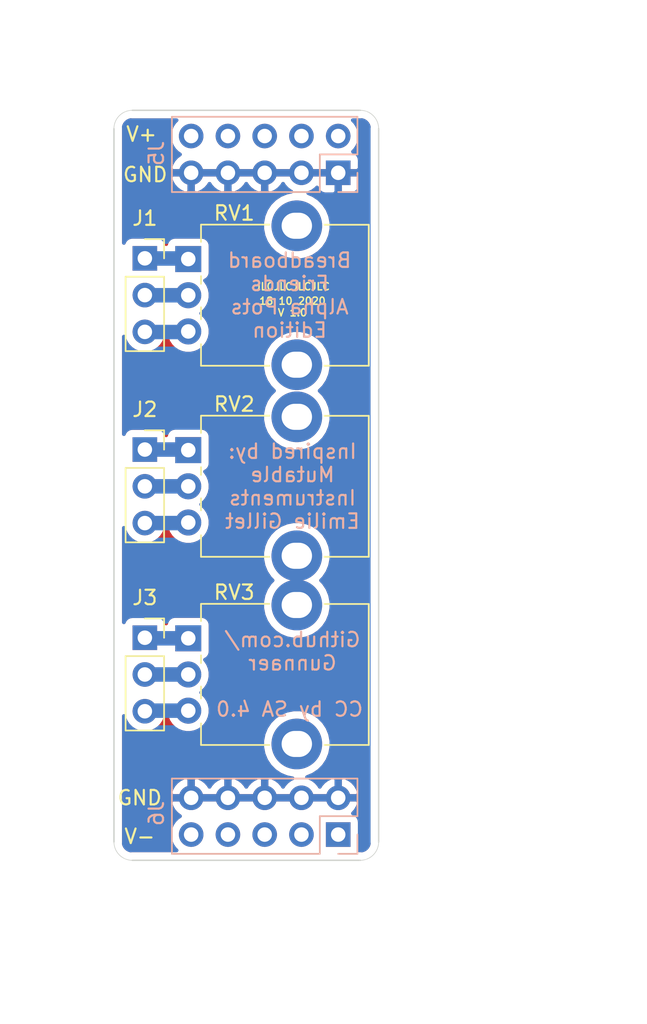
<source format=kicad_pcb>
(kicad_pcb (version 20171130) (host pcbnew "(5.1.6)-1")

  (general
    (thickness 1.6)
    (drawings 18)
    (tracks 15)
    (zones 0)
    (modules 8)
    (nets 11)
  )

  (page A4)
  (layers
    (0 F.Cu signal)
    (31 B.Cu signal)
    (32 B.Adhes user)
    (33 F.Adhes user)
    (34 B.Paste user)
    (35 F.Paste user)
    (36 B.SilkS user)
    (37 F.SilkS user)
    (38 B.Mask user)
    (39 F.Mask user)
    (40 Dwgs.User user)
    (41 Cmts.User user)
    (42 Eco1.User user)
    (43 Eco2.User user)
    (44 Edge.Cuts user)
    (45 Margin user)
    (46 B.CrtYd user)
    (47 F.CrtYd user)
    (48 B.Fab user)
    (49 F.Fab user)
  )

  (setup
    (last_trace_width 0.25)
    (user_trace_width 0.5)
    (user_trace_width 1)
    (trace_clearance 0.2)
    (zone_clearance 0.508)
    (zone_45_only no)
    (trace_min 0.2)
    (via_size 0.8)
    (via_drill 0.4)
    (via_min_size 0.4)
    (via_min_drill 0.3)
    (uvia_size 0.3)
    (uvia_drill 0.1)
    (uvias_allowed no)
    (uvia_min_size 0.2)
    (uvia_min_drill 0.1)
    (edge_width 0.05)
    (segment_width 0.2)
    (pcb_text_width 0.3)
    (pcb_text_size 1.5 1.5)
    (mod_edge_width 0.12)
    (mod_text_size 1 1)
    (mod_text_width 0.15)
    (pad_size 1.524 1.524)
    (pad_drill 0.762)
    (pad_to_mask_clearance 0.05)
    (aux_axis_origin 0 0)
    (visible_elements 7FFFFFFF)
    (pcbplotparams
      (layerselection 0x010fc_ffffffff)
      (usegerberextensions false)
      (usegerberattributes true)
      (usegerberadvancedattributes true)
      (creategerberjobfile true)
      (excludeedgelayer true)
      (linewidth 0.100000)
      (plotframeref false)
      (viasonmask false)
      (mode 1)
      (useauxorigin false)
      (hpglpennumber 1)
      (hpglpenspeed 20)
      (hpglpendiameter 15.000000)
      (psnegative false)
      (psa4output false)
      (plotreference true)
      (plotvalue true)
      (plotinvisibletext false)
      (padsonsilk false)
      (subtractmaskfromsilk false)
      (outputformat 1)
      (mirror false)
      (drillshape 0)
      (scaleselection 1)
      (outputdirectory "../Pots Onboard GERBER/"))
  )

  (net 0 "")
  (net 1 "Net-(J3-Pad2)")
  (net 2 GND)
  (net 3 "Net-(J2-Pad3)")
  (net 4 "Net-(J2-Pad2)")
  (net 5 "Net-(J2-Pad1)")
  (net 6 "Net-(J3-Pad1)")
  (net 7 "Net-(J3-Pad3)")
  (net 8 "Net-(J1-Pad1)")
  (net 9 "Net-(J1-Pad2)")
  (net 10 "Net-(J1-Pad3)")

  (net_class Default "This is the default net class."
    (clearance 0.2)
    (trace_width 0.25)
    (via_dia 0.8)
    (via_drill 0.4)
    (uvia_dia 0.3)
    (uvia_drill 0.1)
    (add_net GND)
    (add_net "Net-(J1-Pad1)")
    (add_net "Net-(J1-Pad2)")
    (add_net "Net-(J1-Pad3)")
    (add_net "Net-(J2-Pad1)")
    (add_net "Net-(J2-Pad2)")
    (add_net "Net-(J2-Pad3)")
    (add_net "Net-(J3-Pad1)")
    (add_net "Net-(J3-Pad2)")
    (add_net "Net-(J3-Pad3)")
  )

  (module Connector_PinHeader_2.54mm:PinHeader_2x05_P2.54mm_Vertical (layer B.Cu) (tedit 59FED5CC) (tstamp 5F8189E2)
    (at 187.96 53.34 90)
    (descr "Through hole straight pin header, 2x05, 2.54mm pitch, double rows")
    (tags "Through hole pin header THT 2x05 2.54mm double row")
    (path /5F818195)
    (fp_text reference J5 (at 1.34 -12.56 270) (layer B.SilkS)
      (effects (font (size 1 1) (thickness 0.15)) (justify mirror))
    )
    (fp_text value Conn_02x05_Odd_Even (at 1.27 -12.49 270) (layer B.Fab)
      (effects (font (size 1 1) (thickness 0.15)) (justify mirror))
    )
    (fp_line (start 0 1.27) (end 3.81 1.27) (layer B.Fab) (width 0.1))
    (fp_line (start 3.81 1.27) (end 3.81 -11.43) (layer B.Fab) (width 0.1))
    (fp_line (start 3.81 -11.43) (end -1.27 -11.43) (layer B.Fab) (width 0.1))
    (fp_line (start -1.27 -11.43) (end -1.27 0) (layer B.Fab) (width 0.1))
    (fp_line (start -1.27 0) (end 0 1.27) (layer B.Fab) (width 0.1))
    (fp_line (start -1.33 -11.49) (end 3.87 -11.49) (layer B.SilkS) (width 0.12))
    (fp_line (start -1.33 -1.27) (end -1.33 -11.49) (layer B.SilkS) (width 0.12))
    (fp_line (start 3.87 1.33) (end 3.87 -11.49) (layer B.SilkS) (width 0.12))
    (fp_line (start -1.33 -1.27) (end 1.27 -1.27) (layer B.SilkS) (width 0.12))
    (fp_line (start 1.27 -1.27) (end 1.27 1.33) (layer B.SilkS) (width 0.12))
    (fp_line (start 1.27 1.33) (end 3.87 1.33) (layer B.SilkS) (width 0.12))
    (fp_line (start -1.33 0) (end -1.33 1.33) (layer B.SilkS) (width 0.12))
    (fp_line (start -1.33 1.33) (end 0 1.33) (layer B.SilkS) (width 0.12))
    (fp_line (start -1.8 1.8) (end -1.8 -11.95) (layer B.CrtYd) (width 0.05))
    (fp_line (start -1.8 -11.95) (end 4.35 -11.95) (layer B.CrtYd) (width 0.05))
    (fp_line (start 4.35 -11.95) (end 4.35 1.8) (layer B.CrtYd) (width 0.05))
    (fp_line (start 4.35 1.8) (end -1.8 1.8) (layer B.CrtYd) (width 0.05))
    (fp_text user %R (at 1.27 -5.08) (layer B.Fab)
      (effects (font (size 1 1) (thickness 0.15)) (justify mirror))
    )
    (pad 1 thru_hole rect (at 0 0 90) (size 1.7 1.7) (drill 1) (layers *.Cu *.Mask)
      (net 2 GND))
    (pad 2 thru_hole oval (at 2.54 0 90) (size 1.7 1.7) (drill 1) (layers *.Cu *.Mask))
    (pad 3 thru_hole oval (at 0 -2.54 90) (size 1.7 1.7) (drill 1) (layers *.Cu *.Mask)
      (net 2 GND))
    (pad 4 thru_hole oval (at 2.54 -2.54 90) (size 1.7 1.7) (drill 1) (layers *.Cu *.Mask))
    (pad 5 thru_hole oval (at 0 -5.08 90) (size 1.7 1.7) (drill 1) (layers *.Cu *.Mask)
      (net 2 GND))
    (pad 6 thru_hole oval (at 2.54 -5.08 90) (size 1.7 1.7) (drill 1) (layers *.Cu *.Mask))
    (pad 7 thru_hole oval (at 0 -7.62 90) (size 1.7 1.7) (drill 1) (layers *.Cu *.Mask)
      (net 2 GND))
    (pad 8 thru_hole oval (at 2.54 -7.62 90) (size 1.7 1.7) (drill 1) (layers *.Cu *.Mask))
    (pad 9 thru_hole oval (at 0 -10.16 90) (size 1.7 1.7) (drill 1) (layers *.Cu *.Mask)
      (net 2 GND))
    (pad 10 thru_hole oval (at 2.54 -10.16 90) (size 1.7 1.7) (drill 1) (layers *.Cu *.Mask))
    (model ${KISYS3DMOD}/Connector_PinHeader_2.54mm.3dshapes/PinHeader_2x05_P2.54mm_Vertical.wrl
      (at (xyz 0 0 0))
      (scale (xyz 1 1 1))
      (rotate (xyz 0 0 0))
    )
  )

  (module Connector_PinHeader_2.54mm:PinHeader_2x05_P2.54mm_Vertical (layer B.Cu) (tedit 59FED5CC) (tstamp 5F81A723)
    (at 187.96 99.06 90)
    (descr "Through hole straight pin header, 2x05, 2.54mm pitch, double rows")
    (tags "Through hole pin header THT 2x05 2.54mm double row")
    (path /5F81EAF5)
    (fp_text reference J6 (at 1.46 -12.56 270) (layer B.SilkS)
      (effects (font (size 1 1) (thickness 0.15)) (justify mirror))
    )
    (fp_text value Conn_02x05_Odd_Even (at 1.27 -12.49 270) (layer B.Fab)
      (effects (font (size 1 1) (thickness 0.15)) (justify mirror))
    )
    (fp_line (start 4.35 1.8) (end -1.8 1.8) (layer B.CrtYd) (width 0.05))
    (fp_line (start 4.35 -11.95) (end 4.35 1.8) (layer B.CrtYd) (width 0.05))
    (fp_line (start -1.8 -11.95) (end 4.35 -11.95) (layer B.CrtYd) (width 0.05))
    (fp_line (start -1.8 1.8) (end -1.8 -11.95) (layer B.CrtYd) (width 0.05))
    (fp_line (start -1.33 1.33) (end 0 1.33) (layer B.SilkS) (width 0.12))
    (fp_line (start -1.33 0) (end -1.33 1.33) (layer B.SilkS) (width 0.12))
    (fp_line (start 1.27 1.33) (end 3.87 1.33) (layer B.SilkS) (width 0.12))
    (fp_line (start 1.27 -1.27) (end 1.27 1.33) (layer B.SilkS) (width 0.12))
    (fp_line (start -1.33 -1.27) (end 1.27 -1.27) (layer B.SilkS) (width 0.12))
    (fp_line (start 3.87 1.33) (end 3.87 -11.49) (layer B.SilkS) (width 0.12))
    (fp_line (start -1.33 -1.27) (end -1.33 -11.49) (layer B.SilkS) (width 0.12))
    (fp_line (start -1.33 -11.49) (end 3.87 -11.49) (layer B.SilkS) (width 0.12))
    (fp_line (start -1.27 0) (end 0 1.27) (layer B.Fab) (width 0.1))
    (fp_line (start -1.27 -11.43) (end -1.27 0) (layer B.Fab) (width 0.1))
    (fp_line (start 3.81 -11.43) (end -1.27 -11.43) (layer B.Fab) (width 0.1))
    (fp_line (start 3.81 1.27) (end 3.81 -11.43) (layer B.Fab) (width 0.1))
    (fp_line (start 0 1.27) (end 3.81 1.27) (layer B.Fab) (width 0.1))
    (fp_text user %R (at 1.27 -5.08) (layer B.Fab)
      (effects (font (size 1 1) (thickness 0.15)) (justify mirror))
    )
    (pad 10 thru_hole oval (at 2.54 -10.16 90) (size 1.7 1.7) (drill 1) (layers *.Cu *.Mask)
      (net 2 GND))
    (pad 9 thru_hole oval (at 0 -10.16 90) (size 1.7 1.7) (drill 1) (layers *.Cu *.Mask))
    (pad 8 thru_hole oval (at 2.54 -7.62 90) (size 1.7 1.7) (drill 1) (layers *.Cu *.Mask)
      (net 2 GND))
    (pad 7 thru_hole oval (at 0 -7.62 90) (size 1.7 1.7) (drill 1) (layers *.Cu *.Mask))
    (pad 6 thru_hole oval (at 2.54 -5.08 90) (size 1.7 1.7) (drill 1) (layers *.Cu *.Mask)
      (net 2 GND))
    (pad 5 thru_hole oval (at 0 -5.08 90) (size 1.7 1.7) (drill 1) (layers *.Cu *.Mask))
    (pad 4 thru_hole oval (at 2.54 -2.54 90) (size 1.7 1.7) (drill 1) (layers *.Cu *.Mask)
      (net 2 GND))
    (pad 3 thru_hole oval (at 0 -2.54 90) (size 1.7 1.7) (drill 1) (layers *.Cu *.Mask))
    (pad 2 thru_hole oval (at 2.54 0 90) (size 1.7 1.7) (drill 1) (layers *.Cu *.Mask)
      (net 2 GND))
    (pad 1 thru_hole rect (at 0 0 90) (size 1.7 1.7) (drill 1) (layers *.Cu *.Mask))
    (model ${KISYS3DMOD}/Connector_PinHeader_2.54mm.3dshapes/PinHeader_2x05_P2.54mm_Vertical.wrl
      (at (xyz 0 0 0))
      (scale (xyz 1 1 1))
      (rotate (xyz 0 0 0))
    )
  )

  (module Connector_PinSocket_2.54mm:PinSocket_1x03_P2.54mm_Vertical (layer F.Cu) (tedit 5A19A429) (tstamp 5F8250B5)
    (at 174.6 72.46)
    (descr "Through hole straight socket strip, 1x03, 2.54mm pitch, single row (from Kicad 4.0.7), script generated")
    (tags "Through hole socket strip THT 1x03 2.54mm single row")
    (path /5F82D572)
    (fp_text reference J2 (at 0 -2.77) (layer F.SilkS)
      (effects (font (size 1 1) (thickness 0.15)))
    )
    (fp_text value Conn_01x03_Female (at 0 7.85) (layer F.Fab)
      (effects (font (size 1 1) (thickness 0.15)))
    )
    (fp_line (start -1.8 6.85) (end -1.8 -1.8) (layer F.CrtYd) (width 0.05))
    (fp_line (start 1.75 6.85) (end -1.8 6.85) (layer F.CrtYd) (width 0.05))
    (fp_line (start 1.75 -1.8) (end 1.75 6.85) (layer F.CrtYd) (width 0.05))
    (fp_line (start -1.8 -1.8) (end 1.75 -1.8) (layer F.CrtYd) (width 0.05))
    (fp_line (start 0 -1.33) (end 1.33 -1.33) (layer F.SilkS) (width 0.12))
    (fp_line (start 1.33 -1.33) (end 1.33 0) (layer F.SilkS) (width 0.12))
    (fp_line (start 1.33 1.27) (end 1.33 6.41) (layer F.SilkS) (width 0.12))
    (fp_line (start -1.33 6.41) (end 1.33 6.41) (layer F.SilkS) (width 0.12))
    (fp_line (start -1.33 1.27) (end -1.33 6.41) (layer F.SilkS) (width 0.12))
    (fp_line (start -1.33 1.27) (end 1.33 1.27) (layer F.SilkS) (width 0.12))
    (fp_line (start -1.27 6.35) (end -1.27 -1.27) (layer F.Fab) (width 0.1))
    (fp_line (start 1.27 6.35) (end -1.27 6.35) (layer F.Fab) (width 0.1))
    (fp_line (start 1.27 -0.635) (end 1.27 6.35) (layer F.Fab) (width 0.1))
    (fp_line (start 0.635 -1.27) (end 1.27 -0.635) (layer F.Fab) (width 0.1))
    (fp_line (start -1.27 -1.27) (end 0.635 -1.27) (layer F.Fab) (width 0.1))
    (fp_text user %R (at 0 2.54 90) (layer F.Fab)
      (effects (font (size 1 1) (thickness 0.15)))
    )
    (pad 3 thru_hole oval (at 0 5.08) (size 1.7 1.7) (drill 1) (layers *.Cu *.Mask)
      (net 3 "Net-(J2-Pad3)"))
    (pad 2 thru_hole oval (at 0 2.54) (size 1.7 1.7) (drill 1) (layers *.Cu *.Mask)
      (net 4 "Net-(J2-Pad2)"))
    (pad 1 thru_hole rect (at 0 0) (size 1.7 1.7) (drill 1) (layers *.Cu *.Mask)
      (net 5 "Net-(J2-Pad1)"))
    (model ${KISYS3DMOD}/Connector_PinSocket_2.54mm.3dshapes/PinSocket_1x03_P2.54mm_Vertical.wrl
      (at (xyz 0 0 0))
      (scale (xyz 1 1 1))
      (rotate (xyz 0 0 0))
    )
  )

  (module Connector_PinSocket_2.54mm:PinSocket_1x03_P2.54mm_Vertical (layer F.Cu) (tedit 5A19A429) (tstamp 5F8250CC)
    (at 174.6 85.46)
    (descr "Through hole straight socket strip, 1x03, 2.54mm pitch, single row (from Kicad 4.0.7), script generated")
    (tags "Through hole socket strip THT 1x03 2.54mm single row")
    (path /5F836F91)
    (fp_text reference J3 (at 0 -2.77) (layer F.SilkS)
      (effects (font (size 1 1) (thickness 0.15)))
    )
    (fp_text value Conn_01x03_Female (at 0 7.85) (layer F.Fab)
      (effects (font (size 1 1) (thickness 0.15)))
    )
    (fp_line (start -1.27 -1.27) (end 0.635 -1.27) (layer F.Fab) (width 0.1))
    (fp_line (start 0.635 -1.27) (end 1.27 -0.635) (layer F.Fab) (width 0.1))
    (fp_line (start 1.27 -0.635) (end 1.27 6.35) (layer F.Fab) (width 0.1))
    (fp_line (start 1.27 6.35) (end -1.27 6.35) (layer F.Fab) (width 0.1))
    (fp_line (start -1.27 6.35) (end -1.27 -1.27) (layer F.Fab) (width 0.1))
    (fp_line (start -1.33 1.27) (end 1.33 1.27) (layer F.SilkS) (width 0.12))
    (fp_line (start -1.33 1.27) (end -1.33 6.41) (layer F.SilkS) (width 0.12))
    (fp_line (start -1.33 6.41) (end 1.33 6.41) (layer F.SilkS) (width 0.12))
    (fp_line (start 1.33 1.27) (end 1.33 6.41) (layer F.SilkS) (width 0.12))
    (fp_line (start 1.33 -1.33) (end 1.33 0) (layer F.SilkS) (width 0.12))
    (fp_line (start 0 -1.33) (end 1.33 -1.33) (layer F.SilkS) (width 0.12))
    (fp_line (start -1.8 -1.8) (end 1.75 -1.8) (layer F.CrtYd) (width 0.05))
    (fp_line (start 1.75 -1.8) (end 1.75 6.85) (layer F.CrtYd) (width 0.05))
    (fp_line (start 1.75 6.85) (end -1.8 6.85) (layer F.CrtYd) (width 0.05))
    (fp_line (start -1.8 6.85) (end -1.8 -1.8) (layer F.CrtYd) (width 0.05))
    (fp_text user %R (at 0 2.54 90) (layer F.Fab)
      (effects (font (size 1 1) (thickness 0.15)))
    )
    (pad 1 thru_hole rect (at 0 0) (size 1.7 1.7) (drill 1) (layers *.Cu *.Mask)
      (net 6 "Net-(J3-Pad1)"))
    (pad 2 thru_hole oval (at 0 2.54) (size 1.7 1.7) (drill 1) (layers *.Cu *.Mask)
      (net 1 "Net-(J3-Pad2)"))
    (pad 3 thru_hole oval (at 0 5.08) (size 1.7 1.7) (drill 1) (layers *.Cu *.Mask)
      (net 7 "Net-(J3-Pad3)"))
    (model ${KISYS3DMOD}/Connector_PinSocket_2.54mm.3dshapes/PinSocket_1x03_P2.54mm_Vertical.wrl
      (at (xyz 0 0 0))
      (scale (xyz 1 1 1))
      (rotate (xyz 0 0 0))
    )
  )

  (module Connector_PinSocket_2.54mm:PinSocket_1x03_P2.54mm_Vertical (layer F.Cu) (tedit 5A19A429) (tstamp 601F66AF)
    (at 174.6 59.25)
    (descr "Through hole straight socket strip, 1x03, 2.54mm pitch, single row (from Kicad 4.0.7), script generated")
    (tags "Through hole socket strip THT 1x03 2.54mm single row")
    (path /5F82987B)
    (fp_text reference J1 (at 0 -2.77) (layer F.SilkS)
      (effects (font (size 1 1) (thickness 0.15)))
    )
    (fp_text value Conn_01x03_Female (at 0 7.85) (layer F.Fab)
      (effects (font (size 1 1) (thickness 0.15)))
    )
    (fp_line (start -1.27 -1.27) (end 0.635 -1.27) (layer F.Fab) (width 0.1))
    (fp_line (start 0.635 -1.27) (end 1.27 -0.635) (layer F.Fab) (width 0.1))
    (fp_line (start 1.27 -0.635) (end 1.27 6.35) (layer F.Fab) (width 0.1))
    (fp_line (start 1.27 6.35) (end -1.27 6.35) (layer F.Fab) (width 0.1))
    (fp_line (start -1.27 6.35) (end -1.27 -1.27) (layer F.Fab) (width 0.1))
    (fp_line (start -1.33 1.27) (end 1.33 1.27) (layer F.SilkS) (width 0.12))
    (fp_line (start -1.33 1.27) (end -1.33 6.41) (layer F.SilkS) (width 0.12))
    (fp_line (start -1.33 6.41) (end 1.33 6.41) (layer F.SilkS) (width 0.12))
    (fp_line (start 1.33 1.27) (end 1.33 6.41) (layer F.SilkS) (width 0.12))
    (fp_line (start 1.33 -1.33) (end 1.33 0) (layer F.SilkS) (width 0.12))
    (fp_line (start 0 -1.33) (end 1.33 -1.33) (layer F.SilkS) (width 0.12))
    (fp_line (start -1.8 -1.8) (end 1.75 -1.8) (layer F.CrtYd) (width 0.05))
    (fp_line (start 1.75 -1.8) (end 1.75 6.85) (layer F.CrtYd) (width 0.05))
    (fp_line (start 1.75 6.85) (end -1.8 6.85) (layer F.CrtYd) (width 0.05))
    (fp_line (start -1.8 6.85) (end -1.8 -1.8) (layer F.CrtYd) (width 0.05))
    (fp_text user %R (at 0 2.54 90) (layer F.Fab)
      (effects (font (size 1 1) (thickness 0.15)))
    )
    (pad 1 thru_hole rect (at 0 0) (size 1.7 1.7) (drill 1) (layers *.Cu *.Mask)
      (net 8 "Net-(J1-Pad1)"))
    (pad 2 thru_hole oval (at 0 2.54) (size 1.7 1.7) (drill 1) (layers *.Cu *.Mask)
      (net 9 "Net-(J1-Pad2)"))
    (pad 3 thru_hole oval (at 0 5.08) (size 1.7 1.7) (drill 1) (layers *.Cu *.Mask)
      (net 10 "Net-(J1-Pad3)"))
    (model ${KISYS3DMOD}/Connector_PinSocket_2.54mm.3dshapes/PinSocket_1x03_P2.54mm_Vertical.wrl
      (at (xyz 0 0 0))
      (scale (xyz 1 1 1))
      (rotate (xyz 0 0 0))
    )
  )

  (module !Potentiometer:Alpha_Potentiometer_2.1mmOval_Holes (layer F.Cu) (tedit 5FEBE88A) (tstamp 601F66CB)
    (at 177.6 59.3)
    (path /5F825305)
    (fp_text reference RV1 (at 3.175 -3.175) (layer F.SilkS)
      (effects (font (size 1 1) (thickness 0.15)))
    )
    (fp_text value R_POT (at 0 -0.5) (layer F.Fab)
      (effects (font (size 1 1) (thickness 0.15)))
    )
    (fp_circle (center 7.5 2.5) (end 7.5 -1) (layer F.Fab) (width 0.1))
    (fp_line (start 12.6 -4.17) (end -1.15 -4.17) (layer F.CrtYd) (width 0.05))
    (fp_line (start 9.41 7.37) (end 12.47 7.37) (layer F.SilkS) (width 0.12))
    (fp_line (start -1.15 9.17) (end 12.6 9.17) (layer F.CrtYd) (width 0.05))
    (fp_line (start -1.15 -4.17) (end -1.15 9.17) (layer F.CrtYd) (width 0.05))
    (fp_line (start 0.88 -2.38) (end 5.6 -2.38) (layer F.SilkS) (width 0.12))
    (fp_line (start 12.6 9.17) (end 12.6 -4.17) (layer F.CrtYd) (width 0.05))
    (fp_line (start 12.47 7.37) (end 12.47 -2.37) (layer F.SilkS) (width 0.12))
    (fp_line (start 12.35 7.25) (end 12.35 -2.25) (layer F.Fab) (width 0.1))
    (fp_line (start 1 7.25) (end 12.35 7.25) (layer F.Fab) (width 0.1))
    (fp_line (start 0.88 7.37) (end 0.88 5.88) (layer F.SilkS) (width 0.12))
    (fp_line (start 1 -2.25) (end 12.35 -2.25) (layer F.Fab) (width 0.1))
    (fp_line (start 1 7.25) (end 1 -2.25) (layer F.Fab) (width 0.1))
    (fp_line (start 0.88 -1.19) (end 0.88 -2.37) (layer F.SilkS) (width 0.12))
    (fp_line (start 0.88 1.71) (end 0.88 1.18) (layer F.SilkS) (width 0.12))
    (fp_line (start 9.41 -2.37) (end 12.47 -2.37) (layer F.SilkS) (width 0.12))
    (fp_line (start 0.88 4.16) (end 0.88 3.33) (layer F.SilkS) (width 0.12))
    (fp_line (start 0.88 7.37) (end 5.6 7.37) (layer F.SilkS) (width 0.12))
    (fp_text user %R (at 7.62 2.54) (layer F.Fab)
      (effects (font (size 1 1) (thickness 0.15)))
    )
    (pad "" thru_hole circle (at 7.5 7.3 90) (size 3.5 3.5) (drill oval 1.8 2.1) (layers *.Cu *.Mask))
    (pad 3 thru_hole circle (at 0 5 90) (size 1.8 1.8) (drill 1) (layers *.Cu *.Mask)
      (net 10 "Net-(J1-Pad3)"))
    (pad 2 thru_hole circle (at 0 2.5 90) (size 1.8 1.8) (drill 1) (layers *.Cu *.Mask)
      (net 9 "Net-(J1-Pad2)"))
    (pad 1 thru_hole rect (at 0 0 90) (size 1.8 1.8) (drill 1) (layers *.Cu *.Mask)
      (net 8 "Net-(J1-Pad1)"))
    (pad "" thru_hole circle (at 7.5 -2.3 90) (size 3.5 3.5) (drill oval 1.8 2.1) (layers *.Cu *.Mask))
  )

  (module !Potentiometer:Alpha_Potentiometer_2.1mmOval_Holes (layer F.Cu) (tedit 5FEBE88A) (tstamp 601F66CC)
    (at 177.6 72.5)
    (path /5F82D56C)
    (fp_text reference RV2 (at 3.175 -3.175) (layer F.SilkS)
      (effects (font (size 1 1) (thickness 0.15)))
    )
    (fp_text value R_POT (at 0 -0.5) (layer F.Fab)
      (effects (font (size 1 1) (thickness 0.15)))
    )
    (fp_line (start 0.88 7.37) (end 5.6 7.37) (layer F.SilkS) (width 0.12))
    (fp_line (start 0.88 4.16) (end 0.88 3.33) (layer F.SilkS) (width 0.12))
    (fp_line (start 9.41 -2.37) (end 12.47 -2.37) (layer F.SilkS) (width 0.12))
    (fp_line (start 0.88 1.71) (end 0.88 1.18) (layer F.SilkS) (width 0.12))
    (fp_line (start 0.88 -1.19) (end 0.88 -2.37) (layer F.SilkS) (width 0.12))
    (fp_line (start 1 7.25) (end 1 -2.25) (layer F.Fab) (width 0.1))
    (fp_line (start 1 -2.25) (end 12.35 -2.25) (layer F.Fab) (width 0.1))
    (fp_line (start 0.88 7.37) (end 0.88 5.88) (layer F.SilkS) (width 0.12))
    (fp_line (start 1 7.25) (end 12.35 7.25) (layer F.Fab) (width 0.1))
    (fp_line (start 12.35 7.25) (end 12.35 -2.25) (layer F.Fab) (width 0.1))
    (fp_line (start 12.47 7.37) (end 12.47 -2.37) (layer F.SilkS) (width 0.12))
    (fp_line (start 12.6 9.17) (end 12.6 -4.17) (layer F.CrtYd) (width 0.05))
    (fp_line (start 0.88 -2.38) (end 5.6 -2.38) (layer F.SilkS) (width 0.12))
    (fp_line (start -1.15 -4.17) (end -1.15 9.17) (layer F.CrtYd) (width 0.05))
    (fp_line (start -1.15 9.17) (end 12.6 9.17) (layer F.CrtYd) (width 0.05))
    (fp_line (start 9.41 7.37) (end 12.47 7.37) (layer F.SilkS) (width 0.12))
    (fp_line (start 12.6 -4.17) (end -1.15 -4.17) (layer F.CrtYd) (width 0.05))
    (fp_circle (center 7.5 2.5) (end 7.5 -1) (layer F.Fab) (width 0.1))
    (fp_text user %R (at 7.62 2.54) (layer F.Fab)
      (effects (font (size 1 1) (thickness 0.15)))
    )
    (pad "" thru_hole circle (at 7.5 -2.3 90) (size 3.5 3.5) (drill oval 1.8 2.1) (layers *.Cu *.Mask))
    (pad 1 thru_hole rect (at 0 0 90) (size 1.8 1.8) (drill 1) (layers *.Cu *.Mask)
      (net 5 "Net-(J2-Pad1)"))
    (pad 2 thru_hole circle (at 0 2.5 90) (size 1.8 1.8) (drill 1) (layers *.Cu *.Mask)
      (net 4 "Net-(J2-Pad2)"))
    (pad 3 thru_hole circle (at 0 5 90) (size 1.8 1.8) (drill 1) (layers *.Cu *.Mask)
      (net 3 "Net-(J2-Pad3)"))
    (pad "" thru_hole circle (at 7.5 7.3 90) (size 3.5 3.5) (drill oval 1.8 2.1) (layers *.Cu *.Mask))
  )

  (module !Potentiometer:Alpha_Potentiometer_2.1mmOval_Holes (layer F.Cu) (tedit 5FEBE88A) (tstamp 601F68D9)
    (at 177.6 85.5)
    (path /5F836F8B)
    (fp_text reference RV3 (at 3.175 -3.175) (layer F.SilkS)
      (effects (font (size 1 1) (thickness 0.15)))
    )
    (fp_text value R_POT (at 0 -0.5) (layer F.Fab)
      (effects (font (size 1 1) (thickness 0.15)))
    )
    (fp_circle (center 7.5 2.5) (end 7.5 -1) (layer F.Fab) (width 0.1))
    (fp_line (start 12.6 -4.17) (end -1.15 -4.17) (layer F.CrtYd) (width 0.05))
    (fp_line (start 9.41 7.37) (end 12.47 7.37) (layer F.SilkS) (width 0.12))
    (fp_line (start -1.15 9.17) (end 12.6 9.17) (layer F.CrtYd) (width 0.05))
    (fp_line (start -1.15 -4.17) (end -1.15 9.17) (layer F.CrtYd) (width 0.05))
    (fp_line (start 0.88 -2.38) (end 5.6 -2.38) (layer F.SilkS) (width 0.12))
    (fp_line (start 12.6 9.17) (end 12.6 -4.17) (layer F.CrtYd) (width 0.05))
    (fp_line (start 12.47 7.37) (end 12.47 -2.37) (layer F.SilkS) (width 0.12))
    (fp_line (start 12.35 7.25) (end 12.35 -2.25) (layer F.Fab) (width 0.1))
    (fp_line (start 1 7.25) (end 12.35 7.25) (layer F.Fab) (width 0.1))
    (fp_line (start 0.88 7.37) (end 0.88 5.88) (layer F.SilkS) (width 0.12))
    (fp_line (start 1 -2.25) (end 12.35 -2.25) (layer F.Fab) (width 0.1))
    (fp_line (start 1 7.25) (end 1 -2.25) (layer F.Fab) (width 0.1))
    (fp_line (start 0.88 -1.19) (end 0.88 -2.37) (layer F.SilkS) (width 0.12))
    (fp_line (start 0.88 1.71) (end 0.88 1.18) (layer F.SilkS) (width 0.12))
    (fp_line (start 9.41 -2.37) (end 12.47 -2.37) (layer F.SilkS) (width 0.12))
    (fp_line (start 0.88 4.16) (end 0.88 3.33) (layer F.SilkS) (width 0.12))
    (fp_line (start 0.88 7.37) (end 5.6 7.37) (layer F.SilkS) (width 0.12))
    (fp_text user %R (at 7.62 2.54) (layer F.Fab)
      (effects (font (size 1 1) (thickness 0.15)))
    )
    (pad "" thru_hole circle (at 7.5 7.3 90) (size 3.5 3.5) (drill oval 1.8 2.1) (layers *.Cu *.Mask))
    (pad 3 thru_hole circle (at 0 5 90) (size 1.8 1.8) (drill 1) (layers *.Cu *.Mask)
      (net 7 "Net-(J3-Pad3)"))
    (pad 2 thru_hole circle (at 0 2.5 90) (size 1.8 1.8) (drill 1) (layers *.Cu *.Mask)
      (net 1 "Net-(J3-Pad2)"))
    (pad 1 thru_hole rect (at 0 0 90) (size 1.8 1.8) (drill 1) (layers *.Cu *.Mask)
      (net 6 "Net-(J3-Pad1)"))
    (pad "" thru_hole circle (at 7.5 -2.3 90) (size 3.5 3.5) (drill oval 1.8 2.1) (layers *.Cu *.Mask))
  )

  (gr_text "18 10 2020\nV 1.0" (at 184.8 62.6) (layer F.SilkS) (tstamp 5F8BEE6C)
    (effects (font (size 0.5 0.5) (thickness 0.1)))
  )
  (gr_text JLCJLCJLCJLC (at 184.8 61.2) (layer F.SilkS)
    (effects (font (size 0.5 0.5) (thickness 0.1)))
  )
  (gr_text "CC by SA 4.0" (at 184.6 90.4) (layer B.SilkS)
    (effects (font (size 1 1) (thickness 0.15)) (justify mirror))
  )
  (gr_text "Github.com/\nGunnaer" (at 184.8 86.4) (layer B.SilkS)
    (effects (font (size 1 1) (thickness 0.15)) (justify mirror))
  )
  (gr_text "Inspired by:\nMutable\nInstruments\nEmilie Gillet" (at 184.8 75) (layer B.SilkS)
    (effects (font (size 1 1) (thickness 0.15)) (justify mirror))
  )
  (gr_text "Breadboard\nFriends\nAlpha Pots\nEdition" (at 184.6 61.8) (layer B.SilkS)
    (effects (font (size 1 1) (thickness 0.15)) (justify mirror))
  )
  (gr_text V- (at 174.244 99.187) (layer F.SilkS) (tstamp 5F822E59)
    (effects (font (size 1 1) (thickness 0.15)))
  )
  (gr_text GND (at 174.244 96.52) (layer F.SilkS) (tstamp 5F822E59)
    (effects (font (size 1 1) (thickness 0.15)))
  )
  (gr_text V+ (at 174.371 50.673) (layer F.SilkS)
    (effects (font (size 1 1) (thickness 0.15)))
  )
  (gr_text GND (at 174.625 53.467) (layer F.SilkS)
    (effects (font (size 1 1) (thickness 0.15)))
  )
  (gr_arc (start 173.736 50.292) (end 173.736 49.022) (angle -90) (layer Edge.Cuts) (width 0.05))
  (gr_arc (start 189.484 50.292) (end 190.754 50.292) (angle -90) (layer Edge.Cuts) (width 0.05))
  (gr_arc (start 189.484 99.568) (end 189.484 100.838) (angle -90) (layer Edge.Cuts) (width 0.05))
  (gr_arc (start 173.736 99.568) (end 172.466 99.568) (angle -90) (layer Edge.Cuts) (width 0.05))
  (gr_line (start 190.754 50.292) (end 190.754 99.568) (layer Edge.Cuts) (width 0.1))
  (gr_line (start 173.736 49.022) (end 189.484 49.022) (layer Edge.Cuts) (width 0.1))
  (gr_line (start 172.466 99.568) (end 172.466 50.292) (layer Edge.Cuts) (width 0.1))
  (gr_line (start 189.484 100.838) (end 173.736 100.838) (layer Edge.Cuts) (width 0.1))

  (segment (start 174.6 88) (end 177.6 88) (width 1) (layer B.Cu) (net 1) (status 30))
  (segment (start 177.56 77.54) (end 177.6 77.5) (width 1) (layer B.Cu) (net 3) (status 30))
  (segment (start 174.6 77.54) (end 177.56 77.54) (width 1) (layer B.Cu) (net 3) (status 30))
  (segment (start 177.6 75) (end 174.6 75) (width 1) (layer B.Cu) (net 4) (status 30))
  (segment (start 177.56 72.46) (end 177.6 72.5) (width 1) (layer B.Cu) (net 5) (status 30))
  (segment (start 174.6 72.46) (end 177.56 72.46) (width 1) (layer B.Cu) (net 5) (status 30))
  (segment (start 174.64 85.5) (end 174.6 85.46) (width 1) (layer B.Cu) (net 6) (status 30))
  (segment (start 177.6 85.5) (end 174.64 85.5) (width 1) (layer B.Cu) (net 6) (status 30))
  (segment (start 174.64 90.5) (end 174.6 90.54) (width 1) (layer B.Cu) (net 7) (status 30))
  (segment (start 177.6 90.5) (end 174.64 90.5) (width 1) (layer B.Cu) (net 7) (status 30))
  (segment (start 177.56 59.26) (end 177.6 59.3) (width 1) (layer B.Cu) (net 8) (status 30))
  (segment (start 174.6 59.26) (end 177.56 59.26) (width 1) (layer B.Cu) (net 8) (status 30))
  (segment (start 174.6 61.8) (end 177.6 61.8) (width 1) (layer B.Cu) (net 9) (status 30))
  (segment (start 177.56 64.34) (end 177.6 64.3) (width 1) (layer B.Cu) (net 10) (status 30))
  (segment (start 174.6 64.34) (end 177.56 64.34) (width 1) (layer B.Cu) (net 10) (status 30))

  (zone (net 2) (net_name GND) (layer F.Cu) (tstamp 601F68AB) (hatch edge 0.508)
    (connect_pads (clearance 0.508))
    (min_thickness 0.254)
    (fill yes (arc_segments 32) (thermal_gap 0.508) (thermal_bridge_width 0.508))
    (polygon
      (pts
        (xy 198.12 107.188) (xy 164.592 104.394) (xy 168.656 45.974) (xy 197.104 42.418)
      )
    )
    (filled_polygon
      (pts
        (xy 173.702353 49.707) (xy 176.792893 49.707) (xy 176.646525 49.853368) (xy 176.48401 50.096589) (xy 176.372068 50.366842)
        (xy 176.315 50.65374) (xy 176.315 50.94626) (xy 176.372068 51.233158) (xy 176.48401 51.503411) (xy 176.646525 51.746632)
        (xy 176.853368 51.953475) (xy 177.029406 52.0711) (xy 176.799731 52.242412) (xy 176.604822 52.458645) (xy 176.455843 52.708748)
        (xy 176.358519 52.983109) (xy 176.479186 53.213) (xy 177.673 53.213) (xy 177.673 53.193) (xy 177.927 53.193)
        (xy 177.927 53.213) (xy 180.213 53.213) (xy 180.213 53.193) (xy 180.467 53.193) (xy 180.467 53.213)
        (xy 182.753 53.213) (xy 182.753 53.193) (xy 183.007 53.193) (xy 183.007 53.213) (xy 185.293 53.213)
        (xy 185.293 53.193) (xy 185.547 53.193) (xy 185.547 53.213) (xy 187.833 53.213) (xy 187.833 53.193)
        (xy 188.087 53.193) (xy 188.087 53.213) (xy 189.28625 53.213) (xy 189.445 53.05425) (xy 189.448072 52.49)
        (xy 189.435812 52.365518) (xy 189.399502 52.24582) (xy 189.340537 52.135506) (xy 189.261185 52.038815) (xy 189.164494 51.959463)
        (xy 189.05418 51.900498) (xy 188.98162 51.878487) (xy 189.113475 51.746632) (xy 189.27599 51.503411) (xy 189.387932 51.233158)
        (xy 189.445 50.94626) (xy 189.445 50.65374) (xy 189.387932 50.366842) (xy 189.27599 50.096589) (xy 189.113475 49.853368)
        (xy 188.967107 49.707) (xy 189.517647 49.707) (xy 189.60682 49.698217) (xy 189.715246 49.730953) (xy 189.819819 49.786555)
        (xy 189.911596 49.861407) (xy 189.987091 49.952664) (xy 190.043419 50.056844) (xy 190.077882 50.168174) (xy 190.069 50.258354)
        (xy 190.069001 99.601647) (xy 190.077784 99.690818) (xy 190.045047 99.799246) (xy 189.989446 99.903817) (xy 189.914594 99.995595)
        (xy 189.823335 100.071091) (xy 189.71916 100.127419) (xy 189.607827 100.161882) (xy 189.517647 100.153) (xy 189.39986 100.153)
        (xy 189.435812 100.034482) (xy 189.448072 99.91) (xy 189.448072 98.21) (xy 189.435812 98.085518) (xy 189.399502 97.96582)
        (xy 189.340537 97.855506) (xy 189.261185 97.758815) (xy 189.164494 97.679463) (xy 189.05418 97.620498) (xy 188.978374 97.597502)
        (xy 189.155178 97.401355) (xy 189.304157 97.151252) (xy 189.401481 96.876891) (xy 189.280814 96.647) (xy 188.087 96.647)
        (xy 188.087 96.667) (xy 187.833 96.667) (xy 187.833 96.647) (xy 185.547 96.647) (xy 185.547 96.667)
        (xy 185.293 96.667) (xy 185.293 96.647) (xy 183.007 96.647) (xy 183.007 96.667) (xy 182.753 96.667)
        (xy 182.753 96.647) (xy 180.467 96.647) (xy 180.467 96.667) (xy 180.213 96.667) (xy 180.213 96.647)
        (xy 177.927 96.647) (xy 177.927 96.667) (xy 177.673 96.667) (xy 177.673 96.647) (xy 176.479186 96.647)
        (xy 176.358519 96.876891) (xy 176.455843 97.151252) (xy 176.604822 97.401355) (xy 176.799731 97.617588) (xy 177.029406 97.7889)
        (xy 176.853368 97.906525) (xy 176.646525 98.113368) (xy 176.48401 98.356589) (xy 176.372068 98.626842) (xy 176.315 98.91374)
        (xy 176.315 99.20626) (xy 176.372068 99.493158) (xy 176.48401 99.763411) (xy 176.646525 100.006632) (xy 176.792893 100.153)
        (xy 173.702353 100.153) (xy 173.61318 100.161783) (xy 173.504754 100.129047) (xy 173.400183 100.073446) (xy 173.308405 99.998594)
        (xy 173.232909 99.907335) (xy 173.176581 99.80316) (xy 173.142118 99.691827) (xy 173.151 99.601647) (xy 173.151 96.163109)
        (xy 176.358519 96.163109) (xy 176.479186 96.393) (xy 177.673 96.393) (xy 177.673 95.199845) (xy 177.927 95.199845)
        (xy 177.927 96.393) (xy 180.213 96.393) (xy 180.213 95.199845) (xy 180.467 95.199845) (xy 180.467 96.393)
        (xy 182.753 96.393) (xy 182.753 95.199845) (xy 182.52311 95.078524) (xy 182.375901 95.123175) (xy 182.11308 95.248359)
        (xy 181.879731 95.422412) (xy 181.684822 95.638645) (xy 181.61 95.764255) (xy 181.535178 95.638645) (xy 181.340269 95.422412)
        (xy 181.10692 95.248359) (xy 180.844099 95.123175) (xy 180.69689 95.078524) (xy 180.467 95.199845) (xy 180.213 95.199845)
        (xy 179.98311 95.078524) (xy 179.835901 95.123175) (xy 179.57308 95.248359) (xy 179.339731 95.422412) (xy 179.144822 95.638645)
        (xy 179.07 95.764255) (xy 178.995178 95.638645) (xy 178.800269 95.422412) (xy 178.56692 95.248359) (xy 178.304099 95.123175)
        (xy 178.15689 95.078524) (xy 177.927 95.199845) (xy 177.673 95.199845) (xy 177.44311 95.078524) (xy 177.295901 95.123175)
        (xy 177.03308 95.248359) (xy 176.799731 95.422412) (xy 176.604822 95.638645) (xy 176.455843 95.888748) (xy 176.358519 96.163109)
        (xy 173.151 96.163109) (xy 173.151 92.565098) (xy 182.715 92.565098) (xy 182.715 93.034902) (xy 182.806654 93.495679)
        (xy 182.98644 93.929721) (xy 183.24745 94.320349) (xy 183.579651 94.65255) (xy 183.970279 94.91356) (xy 184.404321 95.093346)
        (xy 184.809372 95.173916) (xy 184.65308 95.248359) (xy 184.419731 95.422412) (xy 184.224822 95.638645) (xy 184.15 95.764255)
        (xy 184.075178 95.638645) (xy 183.880269 95.422412) (xy 183.64692 95.248359) (xy 183.384099 95.123175) (xy 183.23689 95.078524)
        (xy 183.007 95.199845) (xy 183.007 96.393) (xy 185.293 96.393) (xy 185.293 96.373) (xy 185.547 96.373)
        (xy 185.547 96.393) (xy 187.833 96.393) (xy 187.833 95.199845) (xy 188.087 95.199845) (xy 188.087 96.393)
        (xy 189.280814 96.393) (xy 189.401481 96.163109) (xy 189.304157 95.888748) (xy 189.155178 95.638645) (xy 188.960269 95.422412)
        (xy 188.72692 95.248359) (xy 188.464099 95.123175) (xy 188.31689 95.078524) (xy 188.087 95.199845) (xy 187.833 95.199845)
        (xy 187.60311 95.078524) (xy 187.455901 95.123175) (xy 187.19308 95.248359) (xy 186.959731 95.422412) (xy 186.764822 95.638645)
        (xy 186.69 95.764255) (xy 186.615178 95.638645) (xy 186.420269 95.422412) (xy 186.18692 95.248359) (xy 185.924099 95.123175)
        (xy 185.808393 95.08808) (xy 186.229721 94.91356) (xy 186.620349 94.65255) (xy 186.95255 94.320349) (xy 187.21356 93.929721)
        (xy 187.393346 93.495679) (xy 187.485 93.034902) (xy 187.485 92.565098) (xy 187.393346 92.104321) (xy 187.21356 91.670279)
        (xy 186.95255 91.279651) (xy 186.620349 90.94745) (xy 186.229721 90.68644) (xy 185.795679 90.506654) (xy 185.334902 90.415)
        (xy 184.865098 90.415) (xy 184.404321 90.506654) (xy 183.970279 90.68644) (xy 183.579651 90.94745) (xy 183.24745 91.279651)
        (xy 182.98644 91.670279) (xy 182.806654 92.104321) (xy 182.715 92.565098) (xy 173.151 92.565098) (xy 173.151 90.867243)
        (xy 173.172068 90.973158) (xy 173.28401 91.243411) (xy 173.446525 91.486632) (xy 173.653368 91.693475) (xy 173.896589 91.85599)
        (xy 174.166842 91.967932) (xy 174.45374 92.025) (xy 174.74626 92.025) (xy 175.033158 91.967932) (xy 175.303411 91.85599)
        (xy 175.546632 91.693475) (xy 175.753475 91.486632) (xy 175.91599 91.243411) (xy 176.027932 90.973158) (xy 176.078488 90.718995)
        (xy 176.123989 90.947743) (xy 176.239701 91.227095) (xy 176.407688 91.478505) (xy 176.621495 91.692312) (xy 176.872905 91.860299)
        (xy 177.152257 91.976011) (xy 177.448816 92.035) (xy 177.751184 92.035) (xy 178.047743 91.976011) (xy 178.327095 91.860299)
        (xy 178.578505 91.692312) (xy 178.792312 91.478505) (xy 178.960299 91.227095) (xy 179.076011 90.947743) (xy 179.135 90.651184)
        (xy 179.135 90.348816) (xy 179.076011 90.052257) (xy 178.960299 89.772905) (xy 178.792312 89.521495) (xy 178.578505 89.307688)
        (xy 178.492169 89.25) (xy 178.578505 89.192312) (xy 178.792312 88.978505) (xy 178.960299 88.727095) (xy 179.076011 88.447743)
        (xy 179.135 88.151184) (xy 179.135 87.848816) (xy 179.076011 87.552257) (xy 178.960299 87.272905) (xy 178.792312 87.021495)
        (xy 178.754697 86.98388) (xy 178.854494 86.930537) (xy 178.951185 86.851185) (xy 179.030537 86.754494) (xy 179.089502 86.64418)
        (xy 179.125812 86.524482) (xy 179.138072 86.4) (xy 179.138072 84.6) (xy 179.125812 84.475518) (xy 179.089502 84.35582)
        (xy 179.030537 84.245506) (xy 178.951185 84.148815) (xy 178.854494 84.069463) (xy 178.74418 84.010498) (xy 178.624482 83.974188)
        (xy 178.5 83.961928) (xy 176.7 83.961928) (xy 176.575518 83.974188) (xy 176.45582 84.010498) (xy 176.345506 84.069463)
        (xy 176.248815 84.148815) (xy 176.169463 84.245506) (xy 176.110498 84.35582) (xy 176.074188 84.475518) (xy 176.073843 84.479026)
        (xy 176.039502 84.36582) (xy 175.980537 84.255506) (xy 175.901185 84.158815) (xy 175.804494 84.079463) (xy 175.69418 84.020498)
        (xy 175.574482 83.984188) (xy 175.45 83.971928) (xy 173.75 83.971928) (xy 173.625518 83.984188) (xy 173.50582 84.020498)
        (xy 173.395506 84.079463) (xy 173.298815 84.158815) (xy 173.219463 84.255506) (xy 173.160498 84.36582) (xy 173.151 84.397131)
        (xy 173.151 79.565098) (xy 182.715 79.565098) (xy 182.715 80.034902) (xy 182.806654 80.495679) (xy 182.98644 80.929721)
        (xy 183.24745 81.320349) (xy 183.427101 81.5) (xy 183.24745 81.679651) (xy 182.98644 82.070279) (xy 182.806654 82.504321)
        (xy 182.715 82.965098) (xy 182.715 83.434902) (xy 182.806654 83.895679) (xy 182.98644 84.329721) (xy 183.24745 84.720349)
        (xy 183.579651 85.05255) (xy 183.970279 85.31356) (xy 184.404321 85.493346) (xy 184.865098 85.585) (xy 185.334902 85.585)
        (xy 185.795679 85.493346) (xy 186.229721 85.31356) (xy 186.620349 85.05255) (xy 186.95255 84.720349) (xy 187.21356 84.329721)
        (xy 187.393346 83.895679) (xy 187.485 83.434902) (xy 187.485 82.965098) (xy 187.393346 82.504321) (xy 187.21356 82.070279)
        (xy 186.95255 81.679651) (xy 186.772899 81.5) (xy 186.95255 81.320349) (xy 187.21356 80.929721) (xy 187.393346 80.495679)
        (xy 187.485 80.034902) (xy 187.485 79.565098) (xy 187.393346 79.104321) (xy 187.21356 78.670279) (xy 186.95255 78.279651)
        (xy 186.620349 77.94745) (xy 186.229721 77.68644) (xy 185.795679 77.506654) (xy 185.334902 77.415) (xy 184.865098 77.415)
        (xy 184.404321 77.506654) (xy 183.970279 77.68644) (xy 183.579651 77.94745) (xy 183.24745 78.279651) (xy 182.98644 78.670279)
        (xy 182.806654 79.104321) (xy 182.715 79.565098) (xy 173.151 79.565098) (xy 173.151 77.867243) (xy 173.172068 77.973158)
        (xy 173.28401 78.243411) (xy 173.446525 78.486632) (xy 173.653368 78.693475) (xy 173.896589 78.85599) (xy 174.166842 78.967932)
        (xy 174.45374 79.025) (xy 174.74626 79.025) (xy 175.033158 78.967932) (xy 175.303411 78.85599) (xy 175.546632 78.693475)
        (xy 175.753475 78.486632) (xy 175.91599 78.243411) (xy 176.027932 77.973158) (xy 176.078488 77.718995) (xy 176.123989 77.947743)
        (xy 176.239701 78.227095) (xy 176.407688 78.478505) (xy 176.621495 78.692312) (xy 176.872905 78.860299) (xy 177.152257 78.976011)
        (xy 177.448816 79.035) (xy 177.751184 79.035) (xy 178.047743 78.976011) (xy 178.327095 78.860299) (xy 178.578505 78.692312)
        (xy 178.792312 78.478505) (xy 178.960299 78.227095) (xy 179.076011 77.947743) (xy 179.135 77.651184) (xy 179.135 77.348816)
        (xy 179.076011 77.052257) (xy 178.960299 76.772905) (xy 178.792312 76.521495) (xy 178.578505 76.307688) (xy 178.492169 76.25)
        (xy 178.578505 76.192312) (xy 178.792312 75.978505) (xy 178.960299 75.727095) (xy 179.076011 75.447743) (xy 179.135 75.151184)
        (xy 179.135 74.848816) (xy 179.076011 74.552257) (xy 178.960299 74.272905) (xy 178.792312 74.021495) (xy 178.754697 73.98388)
        (xy 178.854494 73.930537) (xy 178.951185 73.851185) (xy 179.030537 73.754494) (xy 179.089502 73.64418) (xy 179.125812 73.524482)
        (xy 179.138072 73.4) (xy 179.138072 71.6) (xy 179.125812 71.475518) (xy 179.089502 71.35582) (xy 179.030537 71.245506)
        (xy 178.951185 71.148815) (xy 178.854494 71.069463) (xy 178.74418 71.010498) (xy 178.624482 70.974188) (xy 178.5 70.961928)
        (xy 176.7 70.961928) (xy 176.575518 70.974188) (xy 176.45582 71.010498) (xy 176.345506 71.069463) (xy 176.248815 71.148815)
        (xy 176.169463 71.245506) (xy 176.110498 71.35582) (xy 176.074188 71.475518) (xy 176.073843 71.479026) (xy 176.039502 71.36582)
        (xy 175.980537 71.255506) (xy 175.901185 71.158815) (xy 175.804494 71.079463) (xy 175.69418 71.020498) (xy 175.574482 70.984188)
        (xy 175.45 70.971928) (xy 173.75 70.971928) (xy 173.625518 70.984188) (xy 173.50582 71.020498) (xy 173.395506 71.079463)
        (xy 173.298815 71.158815) (xy 173.219463 71.255506) (xy 173.160498 71.36582) (xy 173.151 71.397131) (xy 173.151 66.365098)
        (xy 182.715 66.365098) (xy 182.715 66.834902) (xy 182.806654 67.295679) (xy 182.98644 67.729721) (xy 183.24745 68.120349)
        (xy 183.527101 68.4) (xy 183.24745 68.679651) (xy 182.98644 69.070279) (xy 182.806654 69.504321) (xy 182.715 69.965098)
        (xy 182.715 70.434902) (xy 182.806654 70.895679) (xy 182.98644 71.329721) (xy 183.24745 71.720349) (xy 183.579651 72.05255)
        (xy 183.970279 72.31356) (xy 184.404321 72.493346) (xy 184.865098 72.585) (xy 185.334902 72.585) (xy 185.795679 72.493346)
        (xy 186.229721 72.31356) (xy 186.620349 72.05255) (xy 186.95255 71.720349) (xy 187.21356 71.329721) (xy 187.393346 70.895679)
        (xy 187.485 70.434902) (xy 187.485 69.965098) (xy 187.393346 69.504321) (xy 187.21356 69.070279) (xy 186.95255 68.679651)
        (xy 186.672899 68.4) (xy 186.95255 68.120349) (xy 187.21356 67.729721) (xy 187.393346 67.295679) (xy 187.485 66.834902)
        (xy 187.485 66.365098) (xy 187.393346 65.904321) (xy 187.21356 65.470279) (xy 186.95255 65.079651) (xy 186.620349 64.74745)
        (xy 186.229721 64.48644) (xy 185.795679 64.306654) (xy 185.334902 64.215) (xy 184.865098 64.215) (xy 184.404321 64.306654)
        (xy 183.970279 64.48644) (xy 183.579651 64.74745) (xy 183.24745 65.079651) (xy 182.98644 65.470279) (xy 182.806654 65.904321)
        (xy 182.715 66.365098) (xy 173.151 66.365098) (xy 173.151 64.657243) (xy 173.172068 64.763158) (xy 173.28401 65.033411)
        (xy 173.446525 65.276632) (xy 173.653368 65.483475) (xy 173.896589 65.64599) (xy 174.166842 65.757932) (xy 174.45374 65.815)
        (xy 174.74626 65.815) (xy 175.033158 65.757932) (xy 175.303411 65.64599) (xy 175.546632 65.483475) (xy 175.753475 65.276632)
        (xy 175.91599 65.033411) (xy 176.027932 64.763158) (xy 176.077494 64.513995) (xy 176.123989 64.747743) (xy 176.239701 65.027095)
        (xy 176.407688 65.278505) (xy 176.621495 65.492312) (xy 176.872905 65.660299) (xy 177.152257 65.776011) (xy 177.448816 65.835)
        (xy 177.751184 65.835) (xy 178.047743 65.776011) (xy 178.327095 65.660299) (xy 178.578505 65.492312) (xy 178.792312 65.278505)
        (xy 178.960299 65.027095) (xy 179.076011 64.747743) (xy 179.135 64.451184) (xy 179.135 64.148816) (xy 179.076011 63.852257)
        (xy 178.960299 63.572905) (xy 178.792312 63.321495) (xy 178.578505 63.107688) (xy 178.492169 63.05) (xy 178.578505 62.992312)
        (xy 178.792312 62.778505) (xy 178.960299 62.527095) (xy 179.076011 62.247743) (xy 179.135 61.951184) (xy 179.135 61.648816)
        (xy 179.076011 61.352257) (xy 178.960299 61.072905) (xy 178.792312 60.821495) (xy 178.754697 60.78388) (xy 178.854494 60.730537)
        (xy 178.951185 60.651185) (xy 179.030537 60.554494) (xy 179.089502 60.44418) (xy 179.125812 60.324482) (xy 179.138072 60.2)
        (xy 179.138072 58.4) (xy 179.125812 58.275518) (xy 179.089502 58.15582) (xy 179.030537 58.045506) (xy 178.951185 57.948815)
        (xy 178.854494 57.869463) (xy 178.74418 57.810498) (xy 178.624482 57.774188) (xy 178.5 57.761928) (xy 176.7 57.761928)
        (xy 176.575518 57.774188) (xy 176.45582 57.810498) (xy 176.345506 57.869463) (xy 176.248815 57.948815) (xy 176.169463 58.045506)
        (xy 176.110498 58.15582) (xy 176.075 58.272841) (xy 176.039502 58.15582) (xy 175.980537 58.045506) (xy 175.901185 57.948815)
        (xy 175.804494 57.869463) (xy 175.69418 57.810498) (xy 175.574482 57.774188) (xy 175.45 57.761928) (xy 173.75 57.761928)
        (xy 173.625518 57.774188) (xy 173.50582 57.810498) (xy 173.395506 57.869463) (xy 173.298815 57.948815) (xy 173.219463 58.045506)
        (xy 173.160498 58.15582) (xy 173.151 58.187131) (xy 173.151 56.765098) (xy 182.715 56.765098) (xy 182.715 57.234902)
        (xy 182.806654 57.695679) (xy 182.98644 58.129721) (xy 183.24745 58.520349) (xy 183.579651 58.85255) (xy 183.970279 59.11356)
        (xy 184.404321 59.293346) (xy 184.865098 59.385) (xy 185.334902 59.385) (xy 185.795679 59.293346) (xy 186.229721 59.11356)
        (xy 186.620349 58.85255) (xy 186.95255 58.520349) (xy 187.21356 58.129721) (xy 187.393346 57.695679) (xy 187.485 57.234902)
        (xy 187.485 56.765098) (xy 187.393346 56.304321) (xy 187.21356 55.870279) (xy 186.95255 55.479651) (xy 186.620349 55.14745)
        (xy 186.229721 54.88644) (xy 185.892014 54.746557) (xy 185.924099 54.736825) (xy 186.18692 54.611641) (xy 186.420269 54.437588)
        (xy 186.496034 54.353534) (xy 186.520498 54.43418) (xy 186.579463 54.544494) (xy 186.658815 54.641185) (xy 186.755506 54.720537)
        (xy 186.86582 54.779502) (xy 186.985518 54.815812) (xy 187.11 54.828072) (xy 187.67425 54.825) (xy 187.833 54.66625)
        (xy 187.833 53.467) (xy 188.087 53.467) (xy 188.087 54.66625) (xy 188.24575 54.825) (xy 188.81 54.828072)
        (xy 188.934482 54.815812) (xy 189.05418 54.779502) (xy 189.164494 54.720537) (xy 189.261185 54.641185) (xy 189.340537 54.544494)
        (xy 189.399502 54.43418) (xy 189.435812 54.314482) (xy 189.448072 54.19) (xy 189.445 53.62575) (xy 189.28625 53.467)
        (xy 188.087 53.467) (xy 187.833 53.467) (xy 185.547 53.467) (xy 185.547 53.487) (xy 185.293 53.487)
        (xy 185.293 53.467) (xy 183.007 53.467) (xy 183.007 54.660155) (xy 183.23689 54.781476) (xy 183.384099 54.736825)
        (xy 183.64692 54.611641) (xy 183.880269 54.437588) (xy 184.075178 54.221355) (xy 184.15 54.095745) (xy 184.224822 54.221355)
        (xy 184.419731 54.437588) (xy 184.65308 54.611641) (xy 184.720513 54.64376) (xy 184.404321 54.706654) (xy 183.970279 54.88644)
        (xy 183.579651 55.14745) (xy 183.24745 55.479651) (xy 182.98644 55.870279) (xy 182.806654 56.304321) (xy 182.715 56.765098)
        (xy 173.151 56.765098) (xy 173.151 53.696891) (xy 176.358519 53.696891) (xy 176.455843 53.971252) (xy 176.604822 54.221355)
        (xy 176.799731 54.437588) (xy 177.03308 54.611641) (xy 177.295901 54.736825) (xy 177.44311 54.781476) (xy 177.673 54.660155)
        (xy 177.673 53.467) (xy 177.927 53.467) (xy 177.927 54.660155) (xy 178.15689 54.781476) (xy 178.304099 54.736825)
        (xy 178.56692 54.611641) (xy 178.800269 54.437588) (xy 178.995178 54.221355) (xy 179.07 54.095745) (xy 179.144822 54.221355)
        (xy 179.339731 54.437588) (xy 179.57308 54.611641) (xy 179.835901 54.736825) (xy 179.98311 54.781476) (xy 180.213 54.660155)
        (xy 180.213 53.467) (xy 180.467 53.467) (xy 180.467 54.660155) (xy 180.69689 54.781476) (xy 180.844099 54.736825)
        (xy 181.10692 54.611641) (xy 181.340269 54.437588) (xy 181.535178 54.221355) (xy 181.61 54.095745) (xy 181.684822 54.221355)
        (xy 181.879731 54.437588) (xy 182.11308 54.611641) (xy 182.375901 54.736825) (xy 182.52311 54.781476) (xy 182.753 54.660155)
        (xy 182.753 53.467) (xy 180.467 53.467) (xy 180.213 53.467) (xy 177.927 53.467) (xy 177.673 53.467)
        (xy 176.479186 53.467) (xy 176.358519 53.696891) (xy 173.151 53.696891) (xy 173.151 50.258353) (xy 173.142217 50.16918)
        (xy 173.174953 50.060754) (xy 173.230555 49.956181) (xy 173.305407 49.864404) (xy 173.396664 49.788909) (xy 173.500844 49.732581)
        (xy 173.612173 49.698118)
      )
    )
  )
  (zone (net 2) (net_name GND) (layer B.Cu) (tstamp 601F68A8) (hatch edge 0.508)
    (connect_pads (clearance 0.508))
    (min_thickness 0.254)
    (fill yes (arc_segments 32) (thermal_gap 0.508) (thermal_bridge_width 0.508))
    (polygon
      (pts
        (xy 209.296 52.07) (xy 193.04 112.141) (xy 168.148 110.617) (xy 170.307 41.402)
      )
    )
    (filled_polygon
      (pts
        (xy 173.702353 49.707) (xy 176.792893 49.707) (xy 176.646525 49.853368) (xy 176.48401 50.096589) (xy 176.372068 50.366842)
        (xy 176.315 50.65374) (xy 176.315 50.94626) (xy 176.372068 51.233158) (xy 176.48401 51.503411) (xy 176.646525 51.746632)
        (xy 176.853368 51.953475) (xy 177.029406 52.0711) (xy 176.799731 52.242412) (xy 176.604822 52.458645) (xy 176.455843 52.708748)
        (xy 176.358519 52.983109) (xy 176.479186 53.213) (xy 177.673 53.213) (xy 177.673 53.193) (xy 177.927 53.193)
        (xy 177.927 53.213) (xy 180.213 53.213) (xy 180.213 53.193) (xy 180.467 53.193) (xy 180.467 53.213)
        (xy 182.753 53.213) (xy 182.753 53.193) (xy 183.007 53.193) (xy 183.007 53.213) (xy 185.293 53.213)
        (xy 185.293 53.193) (xy 185.547 53.193) (xy 185.547 53.213) (xy 187.833 53.213) (xy 187.833 53.193)
        (xy 188.087 53.193) (xy 188.087 53.213) (xy 189.28625 53.213) (xy 189.445 53.05425) (xy 189.448072 52.49)
        (xy 189.435812 52.365518) (xy 189.399502 52.24582) (xy 189.340537 52.135506) (xy 189.261185 52.038815) (xy 189.164494 51.959463)
        (xy 189.05418 51.900498) (xy 188.98162 51.878487) (xy 189.113475 51.746632) (xy 189.27599 51.503411) (xy 189.387932 51.233158)
        (xy 189.445 50.94626) (xy 189.445 50.65374) (xy 189.387932 50.366842) (xy 189.27599 50.096589) (xy 189.113475 49.853368)
        (xy 188.967107 49.707) (xy 189.517647 49.707) (xy 189.60682 49.698217) (xy 189.715246 49.730953) (xy 189.819819 49.786555)
        (xy 189.911596 49.861407) (xy 189.987091 49.952664) (xy 190.043419 50.056844) (xy 190.077882 50.168174) (xy 190.069 50.258354)
        (xy 190.069001 99.601647) (xy 190.077784 99.690818) (xy 190.045047 99.799246) (xy 189.989446 99.903817) (xy 189.914594 99.995595)
        (xy 189.823335 100.071091) (xy 189.71916 100.127419) (xy 189.607827 100.161882) (xy 189.517647 100.153) (xy 189.39986 100.153)
        (xy 189.435812 100.034482) (xy 189.448072 99.91) (xy 189.448072 98.21) (xy 189.435812 98.085518) (xy 189.399502 97.96582)
        (xy 189.340537 97.855506) (xy 189.261185 97.758815) (xy 189.164494 97.679463) (xy 189.05418 97.620498) (xy 188.978374 97.597502)
        (xy 189.155178 97.401355) (xy 189.304157 97.151252) (xy 189.401481 96.876891) (xy 189.280814 96.647) (xy 188.087 96.647)
        (xy 188.087 96.667) (xy 187.833 96.667) (xy 187.833 96.647) (xy 185.547 96.647) (xy 185.547 96.667)
        (xy 185.293 96.667) (xy 185.293 96.647) (xy 183.007 96.647) (xy 183.007 96.667) (xy 182.753 96.667)
        (xy 182.753 96.647) (xy 180.467 96.647) (xy 180.467 96.667) (xy 180.213 96.667) (xy 180.213 96.647)
        (xy 177.927 96.647) (xy 177.927 96.667) (xy 177.673 96.667) (xy 177.673 96.647) (xy 176.479186 96.647)
        (xy 176.358519 96.876891) (xy 176.455843 97.151252) (xy 176.604822 97.401355) (xy 176.799731 97.617588) (xy 177.029406 97.7889)
        (xy 176.853368 97.906525) (xy 176.646525 98.113368) (xy 176.48401 98.356589) (xy 176.372068 98.626842) (xy 176.315 98.91374)
        (xy 176.315 99.20626) (xy 176.372068 99.493158) (xy 176.48401 99.763411) (xy 176.646525 100.006632) (xy 176.792893 100.153)
        (xy 173.702353 100.153) (xy 173.61318 100.161783) (xy 173.504754 100.129047) (xy 173.400183 100.073446) (xy 173.308405 99.998594)
        (xy 173.232909 99.907335) (xy 173.176581 99.80316) (xy 173.142118 99.691827) (xy 173.151 99.601647) (xy 173.151 96.163109)
        (xy 176.358519 96.163109) (xy 176.479186 96.393) (xy 177.673 96.393) (xy 177.673 95.199845) (xy 177.927 95.199845)
        (xy 177.927 96.393) (xy 180.213 96.393) (xy 180.213 95.199845) (xy 180.467 95.199845) (xy 180.467 96.393)
        (xy 182.753 96.393) (xy 182.753 95.199845) (xy 182.52311 95.078524) (xy 182.375901 95.123175) (xy 182.11308 95.248359)
        (xy 181.879731 95.422412) (xy 181.684822 95.638645) (xy 181.61 95.764255) (xy 181.535178 95.638645) (xy 181.340269 95.422412)
        (xy 181.10692 95.248359) (xy 180.844099 95.123175) (xy 180.69689 95.078524) (xy 180.467 95.199845) (xy 180.213 95.199845)
        (xy 179.98311 95.078524) (xy 179.835901 95.123175) (xy 179.57308 95.248359) (xy 179.339731 95.422412) (xy 179.144822 95.638645)
        (xy 179.07 95.764255) (xy 178.995178 95.638645) (xy 178.800269 95.422412) (xy 178.56692 95.248359) (xy 178.304099 95.123175)
        (xy 178.15689 95.078524) (xy 177.927 95.199845) (xy 177.673 95.199845) (xy 177.44311 95.078524) (xy 177.295901 95.123175)
        (xy 177.03308 95.248359) (xy 176.799731 95.422412) (xy 176.604822 95.638645) (xy 176.455843 95.888748) (xy 176.358519 96.163109)
        (xy 173.151 96.163109) (xy 173.151 92.565098) (xy 182.715 92.565098) (xy 182.715 93.034902) (xy 182.806654 93.495679)
        (xy 182.98644 93.929721) (xy 183.24745 94.320349) (xy 183.579651 94.65255) (xy 183.970279 94.91356) (xy 184.404321 95.093346)
        (xy 184.809372 95.173916) (xy 184.65308 95.248359) (xy 184.419731 95.422412) (xy 184.224822 95.638645) (xy 184.15 95.764255)
        (xy 184.075178 95.638645) (xy 183.880269 95.422412) (xy 183.64692 95.248359) (xy 183.384099 95.123175) (xy 183.23689 95.078524)
        (xy 183.007 95.199845) (xy 183.007 96.393) (xy 185.293 96.393) (xy 185.293 96.373) (xy 185.547 96.373)
        (xy 185.547 96.393) (xy 187.833 96.393) (xy 187.833 95.199845) (xy 188.087 95.199845) (xy 188.087 96.393)
        (xy 189.280814 96.393) (xy 189.401481 96.163109) (xy 189.304157 95.888748) (xy 189.155178 95.638645) (xy 188.960269 95.422412)
        (xy 188.72692 95.248359) (xy 188.464099 95.123175) (xy 188.31689 95.078524) (xy 188.087 95.199845) (xy 187.833 95.199845)
        (xy 187.60311 95.078524) (xy 187.455901 95.123175) (xy 187.19308 95.248359) (xy 186.959731 95.422412) (xy 186.764822 95.638645)
        (xy 186.69 95.764255) (xy 186.615178 95.638645) (xy 186.420269 95.422412) (xy 186.18692 95.248359) (xy 185.924099 95.123175)
        (xy 185.808393 95.08808) (xy 186.229721 94.91356) (xy 186.620349 94.65255) (xy 186.95255 94.320349) (xy 187.21356 93.929721)
        (xy 187.393346 93.495679) (xy 187.485 93.034902) (xy 187.485 92.565098) (xy 187.393346 92.104321) (xy 187.21356 91.670279)
        (xy 186.95255 91.279651) (xy 186.620349 90.94745) (xy 186.229721 90.68644) (xy 185.795679 90.506654) (xy 185.334902 90.415)
        (xy 184.865098 90.415) (xy 184.404321 90.506654) (xy 183.970279 90.68644) (xy 183.579651 90.94745) (xy 183.24745 91.279651)
        (xy 182.98644 91.670279) (xy 182.806654 92.104321) (xy 182.715 92.565098) (xy 173.151 92.565098) (xy 173.151 90.867243)
        (xy 173.172068 90.973158) (xy 173.28401 91.243411) (xy 173.446525 91.486632) (xy 173.653368 91.693475) (xy 173.896589 91.85599)
        (xy 174.166842 91.967932) (xy 174.45374 92.025) (xy 174.74626 92.025) (xy 175.033158 91.967932) (xy 175.303411 91.85599)
        (xy 175.546632 91.693475) (xy 175.605107 91.635) (xy 176.564183 91.635) (xy 176.621495 91.692312) (xy 176.872905 91.860299)
        (xy 177.152257 91.976011) (xy 177.448816 92.035) (xy 177.751184 92.035) (xy 178.047743 91.976011) (xy 178.327095 91.860299)
        (xy 178.578505 91.692312) (xy 178.792312 91.478505) (xy 178.960299 91.227095) (xy 179.076011 90.947743) (xy 179.135 90.651184)
        (xy 179.135 90.348816) (xy 179.076011 90.052257) (xy 178.960299 89.772905) (xy 178.792312 89.521495) (xy 178.578505 89.307688)
        (xy 178.492169 89.25) (xy 178.578505 89.192312) (xy 178.792312 88.978505) (xy 178.960299 88.727095) (xy 179.076011 88.447743)
        (xy 179.135 88.151184) (xy 179.135 87.848816) (xy 179.076011 87.552257) (xy 178.960299 87.272905) (xy 178.792312 87.021495)
        (xy 178.754697 86.98388) (xy 178.854494 86.930537) (xy 178.951185 86.851185) (xy 179.030537 86.754494) (xy 179.089502 86.64418)
        (xy 179.125812 86.524482) (xy 179.138072 86.4) (xy 179.138072 84.6) (xy 179.125812 84.475518) (xy 179.089502 84.35582)
        (xy 179.030537 84.245506) (xy 178.951185 84.148815) (xy 178.854494 84.069463) (xy 178.74418 84.010498) (xy 178.624482 83.974188)
        (xy 178.5 83.961928) (xy 176.7 83.961928) (xy 176.575518 83.974188) (xy 176.45582 84.010498) (xy 176.345506 84.069463)
        (xy 176.248815 84.148815) (xy 176.169463 84.245506) (xy 176.110498 84.35582) (xy 176.107713 84.365) (xy 176.039064 84.365)
        (xy 175.980537 84.255506) (xy 175.901185 84.158815) (xy 175.804494 84.079463) (xy 175.69418 84.020498) (xy 175.574482 83.984188)
        (xy 175.45 83.971928) (xy 173.75 83.971928) (xy 173.625518 83.984188) (xy 173.50582 84.020498) (xy 173.395506 84.079463)
        (xy 173.298815 84.158815) (xy 173.219463 84.255506) (xy 173.160498 84.36582) (xy 173.151 84.397131) (xy 173.151 79.565098)
        (xy 182.715 79.565098) (xy 182.715 80.034902) (xy 182.806654 80.495679) (xy 182.98644 80.929721) (xy 183.24745 81.320349)
        (xy 183.427101 81.5) (xy 183.24745 81.679651) (xy 182.98644 82.070279) (xy 182.806654 82.504321) (xy 182.715 82.965098)
        (xy 182.715 83.434902) (xy 182.806654 83.895679) (xy 182.98644 84.329721) (xy 183.24745 84.720349) (xy 183.579651 85.05255)
        (xy 183.970279 85.31356) (xy 184.404321 85.493346) (xy 184.865098 85.585) (xy 185.334902 85.585) (xy 185.795679 85.493346)
        (xy 186.229721 85.31356) (xy 186.620349 85.05255) (xy 186.95255 84.720349) (xy 187.21356 84.329721) (xy 187.393346 83.895679)
        (xy 187.485 83.434902) (xy 187.485 82.965098) (xy 187.393346 82.504321) (xy 187.21356 82.070279) (xy 186.95255 81.679651)
        (xy 186.772899 81.5) (xy 186.95255 81.320349) (xy 187.21356 80.929721) (xy 187.393346 80.495679) (xy 187.485 80.034902)
        (xy 187.485 79.565098) (xy 187.393346 79.104321) (xy 187.21356 78.670279) (xy 186.95255 78.279651) (xy 186.620349 77.94745)
        (xy 186.229721 77.68644) (xy 185.795679 77.506654) (xy 185.334902 77.415) (xy 184.865098 77.415) (xy 184.404321 77.506654)
        (xy 183.970279 77.68644) (xy 183.579651 77.94745) (xy 183.24745 78.279651) (xy 182.98644 78.670279) (xy 182.806654 79.104321)
        (xy 182.715 79.565098) (xy 173.151 79.565098) (xy 173.151 77.867243) (xy 173.172068 77.973158) (xy 173.28401 78.243411)
        (xy 173.446525 78.486632) (xy 173.653368 78.693475) (xy 173.896589 78.85599) (xy 174.166842 78.967932) (xy 174.45374 79.025)
        (xy 174.74626 79.025) (xy 175.033158 78.967932) (xy 175.303411 78.85599) (xy 175.546632 78.693475) (xy 175.565107 78.675)
        (xy 176.604183 78.675) (xy 176.621495 78.692312) (xy 176.872905 78.860299) (xy 177.152257 78.976011) (xy 177.448816 79.035)
        (xy 177.751184 79.035) (xy 178.047743 78.976011) (xy 178.327095 78.860299) (xy 178.578505 78.692312) (xy 178.792312 78.478505)
        (xy 178.960299 78.227095) (xy 179.076011 77.947743) (xy 179.135 77.651184) (xy 179.135 77.348816) (xy 179.076011 77.052257)
        (xy 178.960299 76.772905) (xy 178.792312 76.521495) (xy 178.578505 76.307688) (xy 178.492169 76.25) (xy 178.578505 76.192312)
        (xy 178.792312 75.978505) (xy 178.960299 75.727095) (xy 179.076011 75.447743) (xy 179.135 75.151184) (xy 179.135 74.848816)
        (xy 179.076011 74.552257) (xy 178.960299 74.272905) (xy 178.792312 74.021495) (xy 178.754697 73.98388) (xy 178.854494 73.930537)
        (xy 178.951185 73.851185) (xy 179.030537 73.754494) (xy 179.089502 73.64418) (xy 179.125812 73.524482) (xy 179.138072 73.4)
        (xy 179.138072 71.6) (xy 179.125812 71.475518) (xy 179.089502 71.35582) (xy 179.030537 71.245506) (xy 178.951185 71.148815)
        (xy 178.854494 71.069463) (xy 178.74418 71.010498) (xy 178.624482 70.974188) (xy 178.5 70.961928) (xy 176.7 70.961928)
        (xy 176.575518 70.974188) (xy 176.45582 71.010498) (xy 176.345506 71.069463) (xy 176.248815 71.148815) (xy 176.169463 71.245506)
        (xy 176.126972 71.325) (xy 176.017683 71.325) (xy 175.980537 71.255506) (xy 175.901185 71.158815) (xy 175.804494 71.079463)
        (xy 175.69418 71.020498) (xy 175.574482 70.984188) (xy 175.45 70.971928) (xy 173.75 70.971928) (xy 173.625518 70.984188)
        (xy 173.50582 71.020498) (xy 173.395506 71.079463) (xy 173.298815 71.158815) (xy 173.219463 71.255506) (xy 173.160498 71.36582)
        (xy 173.151 71.397131) (xy 173.151 66.365098) (xy 182.715 66.365098) (xy 182.715 66.834902) (xy 182.806654 67.295679)
        (xy 182.98644 67.729721) (xy 183.24745 68.120349) (xy 183.527101 68.4) (xy 183.24745 68.679651) (xy 182.98644 69.070279)
        (xy 182.806654 69.504321) (xy 182.715 69.965098) (xy 182.715 70.434902) (xy 182.806654 70.895679) (xy 182.98644 71.329721)
        (xy 183.24745 71.720349) (xy 183.579651 72.05255) (xy 183.970279 72.31356) (xy 184.404321 72.493346) (xy 184.865098 72.585)
        (xy 185.334902 72.585) (xy 185.795679 72.493346) (xy 186.229721 72.31356) (xy 186.620349 72.05255) (xy 186.95255 71.720349)
        (xy 187.21356 71.329721) (xy 187.393346 70.895679) (xy 187.485 70.434902) (xy 187.485 69.965098) (xy 187.393346 69.504321)
        (xy 187.21356 69.070279) (xy 186.95255 68.679651) (xy 186.672899 68.4) (xy 186.95255 68.120349) (xy 187.21356 67.729721)
        (xy 187.393346 67.295679) (xy 187.485 66.834902) (xy 187.485 66.365098) (xy 187.393346 65.904321) (xy 187.21356 65.470279)
        (xy 186.95255 65.079651) (xy 186.620349 64.74745) (xy 186.229721 64.48644) (xy 185.795679 64.306654) (xy 185.334902 64.215)
        (xy 184.865098 64.215) (xy 184.404321 64.306654) (xy 183.970279 64.48644) (xy 183.579651 64.74745) (xy 183.24745 65.079651)
        (xy 182.98644 65.470279) (xy 182.806654 65.904321) (xy 182.715 66.365098) (xy 173.151 66.365098) (xy 173.151 64.657243)
        (xy 173.172068 64.763158) (xy 173.28401 65.033411) (xy 173.446525 65.276632) (xy 173.653368 65.483475) (xy 173.896589 65.64599)
        (xy 174.166842 65.757932) (xy 174.45374 65.815) (xy 174.74626 65.815) (xy 175.033158 65.757932) (xy 175.303411 65.64599)
        (xy 175.546632 65.483475) (xy 175.555107 65.475) (xy 176.604183 65.475) (xy 176.621495 65.492312) (xy 176.872905 65.660299)
        (xy 177.152257 65.776011) (xy 177.448816 65.835) (xy 177.751184 65.835) (xy 178.047743 65.776011) (xy 178.327095 65.660299)
        (xy 178.578505 65.492312) (xy 178.792312 65.278505) (xy 178.960299 65.027095) (xy 179.076011 64.747743) (xy 179.135 64.451184)
        (xy 179.135 64.148816) (xy 179.076011 63.852257) (xy 178.960299 63.572905) (xy 178.792312 63.321495) (xy 178.578505 63.107688)
        (xy 178.492169 63.05) (xy 178.578505 62.992312) (xy 178.792312 62.778505) (xy 178.960299 62.527095) (xy 179.076011 62.247743)
        (xy 179.135 61.951184) (xy 179.135 61.648816) (xy 179.076011 61.352257) (xy 178.960299 61.072905) (xy 178.792312 60.821495)
        (xy 178.754697 60.78388) (xy 178.854494 60.730537) (xy 178.951185 60.651185) (xy 179.030537 60.554494) (xy 179.089502 60.44418)
        (xy 179.125812 60.324482) (xy 179.138072 60.2) (xy 179.138072 58.4) (xy 179.125812 58.275518) (xy 179.089502 58.15582)
        (xy 179.030537 58.045506) (xy 178.951185 57.948815) (xy 178.854494 57.869463) (xy 178.74418 57.810498) (xy 178.624482 57.774188)
        (xy 178.5 57.761928) (xy 176.7 57.761928) (xy 176.575518 57.774188) (xy 176.45582 57.810498) (xy 176.345506 57.869463)
        (xy 176.248815 57.948815) (xy 176.169463 58.045506) (xy 176.126972 58.125) (xy 176.023028 58.125) (xy 175.980537 58.045506)
        (xy 175.901185 57.948815) (xy 175.804494 57.869463) (xy 175.69418 57.810498) (xy 175.574482 57.774188) (xy 175.45 57.761928)
        (xy 173.75 57.761928) (xy 173.625518 57.774188) (xy 173.50582 57.810498) (xy 173.395506 57.869463) (xy 173.298815 57.948815)
        (xy 173.219463 58.045506) (xy 173.160498 58.15582) (xy 173.151 58.187131) (xy 173.151 56.765098) (xy 182.715 56.765098)
        (xy 182.715 57.234902) (xy 182.806654 57.695679) (xy 182.98644 58.129721) (xy 183.24745 58.520349) (xy 183.579651 58.85255)
        (xy 183.970279 59.11356) (xy 184.404321 59.293346) (xy 184.865098 59.385) (xy 185.334902 59.385) (xy 185.795679 59.293346)
        (xy 186.229721 59.11356) (xy 186.620349 58.85255) (xy 186.95255 58.520349) (xy 187.21356 58.129721) (xy 187.393346 57.695679)
        (xy 187.485 57.234902) (xy 187.485 56.765098) (xy 187.393346 56.304321) (xy 187.21356 55.870279) (xy 186.95255 55.479651)
        (xy 186.620349 55.14745) (xy 186.229721 54.88644) (xy 185.892014 54.746557) (xy 185.924099 54.736825) (xy 186.18692 54.611641)
        (xy 186.420269 54.437588) (xy 186.496034 54.353534) (xy 186.520498 54.43418) (xy 186.579463 54.544494) (xy 186.658815 54.641185)
        (xy 186.755506 54.720537) (xy 186.86582 54.779502) (xy 186.985518 54.815812) (xy 187.11 54.828072) (xy 187.67425 54.825)
        (xy 187.833 54.66625) (xy 187.833 53.467) (xy 188.087 53.467) (xy 188.087 54.66625) (xy 188.24575 54.825)
        (xy 188.81 54.828072) (xy 188.934482 54.815812) (xy 189.05418 54.779502) (xy 189.164494 54.720537) (xy 189.261185 54.641185)
        (xy 189.340537 54.544494) (xy 189.399502 54.43418) (xy 189.435812 54.314482) (xy 189.448072 54.19) (xy 189.445 53.62575)
        (xy 189.28625 53.467) (xy 188.087 53.467) (xy 187.833 53.467) (xy 185.547 53.467) (xy 185.547 53.487)
        (xy 185.293 53.487) (xy 185.293 53.467) (xy 183.007 53.467) (xy 183.007 54.660155) (xy 183.23689 54.781476)
        (xy 183.384099 54.736825) (xy 183.64692 54.611641) (xy 183.880269 54.437588) (xy 184.075178 54.221355) (xy 184.15 54.095745)
        (xy 184.224822 54.221355) (xy 184.419731 54.437588) (xy 184.65308 54.611641) (xy 184.720513 54.64376) (xy 184.404321 54.706654)
        (xy 183.970279 54.88644) (xy 183.579651 55.14745) (xy 183.24745 55.479651) (xy 182.98644 55.870279) (xy 182.806654 56.304321)
        (xy 182.715 56.765098) (xy 173.151 56.765098) (xy 173.151 53.696891) (xy 176.358519 53.696891) (xy 176.455843 53.971252)
        (xy 176.604822 54.221355) (xy 176.799731 54.437588) (xy 177.03308 54.611641) (xy 177.295901 54.736825) (xy 177.44311 54.781476)
        (xy 177.673 54.660155) (xy 177.673 53.467) (xy 177.927 53.467) (xy 177.927 54.660155) (xy 178.15689 54.781476)
        (xy 178.304099 54.736825) (xy 178.56692 54.611641) (xy 178.800269 54.437588) (xy 178.995178 54.221355) (xy 179.07 54.095745)
        (xy 179.144822 54.221355) (xy 179.339731 54.437588) (xy 179.57308 54.611641) (xy 179.835901 54.736825) (xy 179.98311 54.781476)
        (xy 180.213 54.660155) (xy 180.213 53.467) (xy 180.467 53.467) (xy 180.467 54.660155) (xy 180.69689 54.781476)
        (xy 180.844099 54.736825) (xy 181.10692 54.611641) (xy 181.340269 54.437588) (xy 181.535178 54.221355) (xy 181.61 54.095745)
        (xy 181.684822 54.221355) (xy 181.879731 54.437588) (xy 182.11308 54.611641) (xy 182.375901 54.736825) (xy 182.52311 54.781476)
        (xy 182.753 54.660155) (xy 182.753 53.467) (xy 180.467 53.467) (xy 180.213 53.467) (xy 177.927 53.467)
        (xy 177.673 53.467) (xy 176.479186 53.467) (xy 176.358519 53.696891) (xy 173.151 53.696891) (xy 173.151 50.258353)
        (xy 173.142217 50.16918) (xy 173.174953 50.060754) (xy 173.230555 49.956181) (xy 173.305407 49.864404) (xy 173.396664 49.788909)
        (xy 173.500844 49.732581) (xy 173.612173 49.698118)
      )
    )
  )
)

</source>
